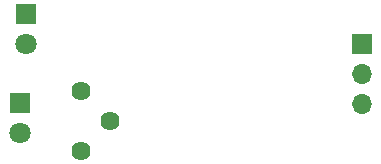
<source format=gbr>
%TF.GenerationSoftware,KiCad,Pcbnew,8.0.8*%
%TF.CreationDate,2025-01-25T13:23:04+05:30*%
%TF.ProjectId,ir sensor,69722073-656e-4736-9f72-2e6b69636164,rev?*%
%TF.SameCoordinates,Original*%
%TF.FileFunction,Copper,L2,Bot*%
%TF.FilePolarity,Positive*%
%FSLAX46Y46*%
G04 Gerber Fmt 4.6, Leading zero omitted, Abs format (unit mm)*
G04 Created by KiCad (PCBNEW 8.0.8) date 2025-01-25 13:23:04*
%MOMM*%
%LPD*%
G01*
G04 APERTURE LIST*
%TA.AperFunction,ComponentPad*%
%ADD10C,1.620000*%
%TD*%
%TA.AperFunction,ComponentPad*%
%ADD11C,1.800000*%
%TD*%
%TA.AperFunction,ComponentPad*%
%ADD12R,1.800000X1.800000*%
%TD*%
%TA.AperFunction,ComponentPad*%
%ADD13R,1.700000X1.700000*%
%TD*%
%TA.AperFunction,ComponentPad*%
%ADD14O,1.700000X1.700000*%
%TD*%
G04 APERTURE END LIST*
D10*
%TO.P,RV1,1,1*%
%TO.N,+5V*%
X207675000Y-78500000D03*
%TO.P,RV1,2,2*%
%TO.N,Net-(U1A--)*%
X210175000Y-81000000D03*
%TO.P,RV1,3,3*%
%TO.N,GND*%
X207675000Y-83500000D03*
%TD*%
D11*
%TO.P,D2,2,A*%
%TO.N,+5V*%
X203025000Y-74500000D03*
D12*
%TO.P,D2,1,K*%
%TO.N,Net-(D2-K)*%
X203025000Y-71960000D03*
%TD*%
%TO.P,D1,1,K*%
%TO.N,+5V*%
X202500000Y-79460000D03*
D11*
%TO.P,D1,2,A*%
%TO.N,Net-(D1-A)*%
X202500000Y-82000000D03*
%TD*%
D13*
%TO.P,J1,1,Pin_1*%
%TO.N,+5V*%
X231500000Y-74500000D03*
D14*
%TO.P,J1,2,Pin_2*%
%TO.N,GND*%
X231500000Y-77040000D03*
%TO.P,J1,3,Pin_3*%
%TO.N,out*%
X231500000Y-79580000D03*
%TD*%
M02*

</source>
